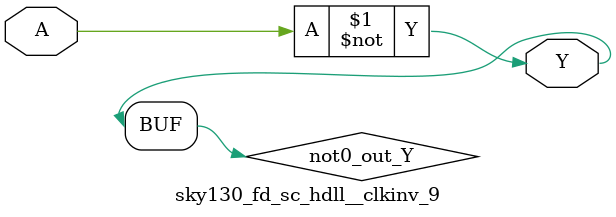
<source format=v>
module sky130_fd_sc_hdll__clkinv_9 (
    Y,
    A
);
    output Y;
    input  A;
    wire not0_out_Y;
    not not0 (not0_out_Y, A              );
    buf buf0 (Y         , not0_out_Y     );
endmodule
</source>
